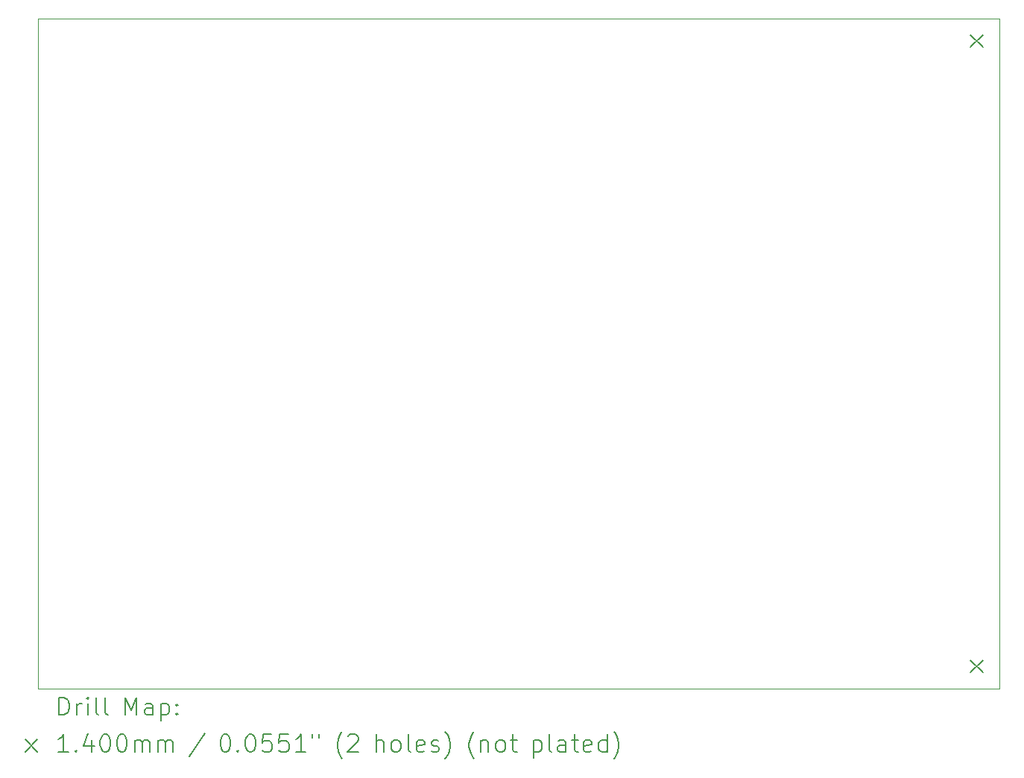
<source format=gbr>
%TF.GenerationSoftware,KiCad,Pcbnew,(7.0.0)*%
%TF.CreationDate,2023-02-28T23:31:13-05:00*%
%TF.ProjectId,8bc_registers,3862635f-7265-4676-9973-746572732e6b,1.0*%
%TF.SameCoordinates,Original*%
%TF.FileFunction,Drillmap*%
%TF.FilePolarity,Positive*%
%FSLAX45Y45*%
G04 Gerber Fmt 4.5, Leading zero omitted, Abs format (unit mm)*
G04 Created by KiCad (PCBNEW (7.0.0)) date 2023-02-28 23:31:13*
%MOMM*%
%LPD*%
G01*
G04 APERTURE LIST*
%ADD10C,0.100000*%
%ADD11C,0.200000*%
%ADD12C,0.140000*%
G04 APERTURE END LIST*
D10*
X9144000Y-3556000D02*
X20066000Y-3556000D01*
X20066000Y-3556000D02*
X20066000Y-11176000D01*
X20066000Y-11176000D02*
X9144000Y-11176000D01*
X9144000Y-11176000D02*
X9144000Y-3556000D01*
D11*
D12*
X19742000Y-3740000D02*
X19882000Y-3880000D01*
X19882000Y-3740000D02*
X19742000Y-3880000D01*
X19742000Y-10852000D02*
X19882000Y-10992000D01*
X19882000Y-10852000D02*
X19742000Y-10992000D01*
D11*
X9386619Y-11474476D02*
X9386619Y-11274476D01*
X9386619Y-11274476D02*
X9434238Y-11274476D01*
X9434238Y-11274476D02*
X9462810Y-11284000D01*
X9462810Y-11284000D02*
X9481857Y-11303048D01*
X9481857Y-11303048D02*
X9491381Y-11322095D01*
X9491381Y-11322095D02*
X9500905Y-11360190D01*
X9500905Y-11360190D02*
X9500905Y-11388762D01*
X9500905Y-11388762D02*
X9491381Y-11426857D01*
X9491381Y-11426857D02*
X9481857Y-11445905D01*
X9481857Y-11445905D02*
X9462810Y-11464952D01*
X9462810Y-11464952D02*
X9434238Y-11474476D01*
X9434238Y-11474476D02*
X9386619Y-11474476D01*
X9586619Y-11474476D02*
X9586619Y-11341143D01*
X9586619Y-11379238D02*
X9596143Y-11360190D01*
X9596143Y-11360190D02*
X9605667Y-11350667D01*
X9605667Y-11350667D02*
X9624714Y-11341143D01*
X9624714Y-11341143D02*
X9643762Y-11341143D01*
X9710429Y-11474476D02*
X9710429Y-11341143D01*
X9710429Y-11274476D02*
X9700905Y-11284000D01*
X9700905Y-11284000D02*
X9710429Y-11293524D01*
X9710429Y-11293524D02*
X9719952Y-11284000D01*
X9719952Y-11284000D02*
X9710429Y-11274476D01*
X9710429Y-11274476D02*
X9710429Y-11293524D01*
X9834238Y-11474476D02*
X9815190Y-11464952D01*
X9815190Y-11464952D02*
X9805667Y-11445905D01*
X9805667Y-11445905D02*
X9805667Y-11274476D01*
X9939000Y-11474476D02*
X9919952Y-11464952D01*
X9919952Y-11464952D02*
X9910429Y-11445905D01*
X9910429Y-11445905D02*
X9910429Y-11274476D01*
X10135190Y-11474476D02*
X10135190Y-11274476D01*
X10135190Y-11274476D02*
X10201857Y-11417333D01*
X10201857Y-11417333D02*
X10268524Y-11274476D01*
X10268524Y-11274476D02*
X10268524Y-11474476D01*
X10449476Y-11474476D02*
X10449476Y-11369714D01*
X10449476Y-11369714D02*
X10439952Y-11350667D01*
X10439952Y-11350667D02*
X10420905Y-11341143D01*
X10420905Y-11341143D02*
X10382809Y-11341143D01*
X10382809Y-11341143D02*
X10363762Y-11350667D01*
X10449476Y-11464952D02*
X10430429Y-11474476D01*
X10430429Y-11474476D02*
X10382809Y-11474476D01*
X10382809Y-11474476D02*
X10363762Y-11464952D01*
X10363762Y-11464952D02*
X10354238Y-11445905D01*
X10354238Y-11445905D02*
X10354238Y-11426857D01*
X10354238Y-11426857D02*
X10363762Y-11407809D01*
X10363762Y-11407809D02*
X10382809Y-11398286D01*
X10382809Y-11398286D02*
X10430429Y-11398286D01*
X10430429Y-11398286D02*
X10449476Y-11388762D01*
X10544714Y-11341143D02*
X10544714Y-11541143D01*
X10544714Y-11350667D02*
X10563762Y-11341143D01*
X10563762Y-11341143D02*
X10601857Y-11341143D01*
X10601857Y-11341143D02*
X10620905Y-11350667D01*
X10620905Y-11350667D02*
X10630429Y-11360190D01*
X10630429Y-11360190D02*
X10639952Y-11379238D01*
X10639952Y-11379238D02*
X10639952Y-11436381D01*
X10639952Y-11436381D02*
X10630429Y-11455428D01*
X10630429Y-11455428D02*
X10620905Y-11464952D01*
X10620905Y-11464952D02*
X10601857Y-11474476D01*
X10601857Y-11474476D02*
X10563762Y-11474476D01*
X10563762Y-11474476D02*
X10544714Y-11464952D01*
X10725667Y-11455428D02*
X10735190Y-11464952D01*
X10735190Y-11464952D02*
X10725667Y-11474476D01*
X10725667Y-11474476D02*
X10716143Y-11464952D01*
X10716143Y-11464952D02*
X10725667Y-11455428D01*
X10725667Y-11455428D02*
X10725667Y-11474476D01*
X10725667Y-11350667D02*
X10735190Y-11360190D01*
X10735190Y-11360190D02*
X10725667Y-11369714D01*
X10725667Y-11369714D02*
X10716143Y-11360190D01*
X10716143Y-11360190D02*
X10725667Y-11350667D01*
X10725667Y-11350667D02*
X10725667Y-11369714D01*
D12*
X8999000Y-11751000D02*
X9139000Y-11891000D01*
X9139000Y-11751000D02*
X8999000Y-11891000D01*
D11*
X9491381Y-11894476D02*
X9377095Y-11894476D01*
X9434238Y-11894476D02*
X9434238Y-11694476D01*
X9434238Y-11694476D02*
X9415190Y-11723048D01*
X9415190Y-11723048D02*
X9396143Y-11742095D01*
X9396143Y-11742095D02*
X9377095Y-11751619D01*
X9577095Y-11875428D02*
X9586619Y-11884952D01*
X9586619Y-11884952D02*
X9577095Y-11894476D01*
X9577095Y-11894476D02*
X9567571Y-11884952D01*
X9567571Y-11884952D02*
X9577095Y-11875428D01*
X9577095Y-11875428D02*
X9577095Y-11894476D01*
X9758048Y-11761143D02*
X9758048Y-11894476D01*
X9710429Y-11684952D02*
X9662810Y-11827809D01*
X9662810Y-11827809D02*
X9786619Y-11827809D01*
X9900905Y-11694476D02*
X9919952Y-11694476D01*
X9919952Y-11694476D02*
X9939000Y-11704000D01*
X9939000Y-11704000D02*
X9948524Y-11713524D01*
X9948524Y-11713524D02*
X9958048Y-11732571D01*
X9958048Y-11732571D02*
X9967571Y-11770667D01*
X9967571Y-11770667D02*
X9967571Y-11818286D01*
X9967571Y-11818286D02*
X9958048Y-11856381D01*
X9958048Y-11856381D02*
X9948524Y-11875428D01*
X9948524Y-11875428D02*
X9939000Y-11884952D01*
X9939000Y-11884952D02*
X9919952Y-11894476D01*
X9919952Y-11894476D02*
X9900905Y-11894476D01*
X9900905Y-11894476D02*
X9881857Y-11884952D01*
X9881857Y-11884952D02*
X9872333Y-11875428D01*
X9872333Y-11875428D02*
X9862810Y-11856381D01*
X9862810Y-11856381D02*
X9853286Y-11818286D01*
X9853286Y-11818286D02*
X9853286Y-11770667D01*
X9853286Y-11770667D02*
X9862810Y-11732571D01*
X9862810Y-11732571D02*
X9872333Y-11713524D01*
X9872333Y-11713524D02*
X9881857Y-11704000D01*
X9881857Y-11704000D02*
X9900905Y-11694476D01*
X10091381Y-11694476D02*
X10110429Y-11694476D01*
X10110429Y-11694476D02*
X10129476Y-11704000D01*
X10129476Y-11704000D02*
X10139000Y-11713524D01*
X10139000Y-11713524D02*
X10148524Y-11732571D01*
X10148524Y-11732571D02*
X10158048Y-11770667D01*
X10158048Y-11770667D02*
X10158048Y-11818286D01*
X10158048Y-11818286D02*
X10148524Y-11856381D01*
X10148524Y-11856381D02*
X10139000Y-11875428D01*
X10139000Y-11875428D02*
X10129476Y-11884952D01*
X10129476Y-11884952D02*
X10110429Y-11894476D01*
X10110429Y-11894476D02*
X10091381Y-11894476D01*
X10091381Y-11894476D02*
X10072333Y-11884952D01*
X10072333Y-11884952D02*
X10062810Y-11875428D01*
X10062810Y-11875428D02*
X10053286Y-11856381D01*
X10053286Y-11856381D02*
X10043762Y-11818286D01*
X10043762Y-11818286D02*
X10043762Y-11770667D01*
X10043762Y-11770667D02*
X10053286Y-11732571D01*
X10053286Y-11732571D02*
X10062810Y-11713524D01*
X10062810Y-11713524D02*
X10072333Y-11704000D01*
X10072333Y-11704000D02*
X10091381Y-11694476D01*
X10243762Y-11894476D02*
X10243762Y-11761143D01*
X10243762Y-11780190D02*
X10253286Y-11770667D01*
X10253286Y-11770667D02*
X10272333Y-11761143D01*
X10272333Y-11761143D02*
X10300905Y-11761143D01*
X10300905Y-11761143D02*
X10319952Y-11770667D01*
X10319952Y-11770667D02*
X10329476Y-11789714D01*
X10329476Y-11789714D02*
X10329476Y-11894476D01*
X10329476Y-11789714D02*
X10339000Y-11770667D01*
X10339000Y-11770667D02*
X10358048Y-11761143D01*
X10358048Y-11761143D02*
X10386619Y-11761143D01*
X10386619Y-11761143D02*
X10405667Y-11770667D01*
X10405667Y-11770667D02*
X10415191Y-11789714D01*
X10415191Y-11789714D02*
X10415191Y-11894476D01*
X10510429Y-11894476D02*
X10510429Y-11761143D01*
X10510429Y-11780190D02*
X10519952Y-11770667D01*
X10519952Y-11770667D02*
X10539000Y-11761143D01*
X10539000Y-11761143D02*
X10567572Y-11761143D01*
X10567572Y-11761143D02*
X10586619Y-11770667D01*
X10586619Y-11770667D02*
X10596143Y-11789714D01*
X10596143Y-11789714D02*
X10596143Y-11894476D01*
X10596143Y-11789714D02*
X10605667Y-11770667D01*
X10605667Y-11770667D02*
X10624714Y-11761143D01*
X10624714Y-11761143D02*
X10653286Y-11761143D01*
X10653286Y-11761143D02*
X10672333Y-11770667D01*
X10672333Y-11770667D02*
X10681857Y-11789714D01*
X10681857Y-11789714D02*
X10681857Y-11894476D01*
X11039952Y-11684952D02*
X10868524Y-11942095D01*
X11264714Y-11694476D02*
X11283762Y-11694476D01*
X11283762Y-11694476D02*
X11302810Y-11704000D01*
X11302810Y-11704000D02*
X11312333Y-11713524D01*
X11312333Y-11713524D02*
X11321857Y-11732571D01*
X11321857Y-11732571D02*
X11331381Y-11770667D01*
X11331381Y-11770667D02*
X11331381Y-11818286D01*
X11331381Y-11818286D02*
X11321857Y-11856381D01*
X11321857Y-11856381D02*
X11312333Y-11875428D01*
X11312333Y-11875428D02*
X11302810Y-11884952D01*
X11302810Y-11884952D02*
X11283762Y-11894476D01*
X11283762Y-11894476D02*
X11264714Y-11894476D01*
X11264714Y-11894476D02*
X11245667Y-11884952D01*
X11245667Y-11884952D02*
X11236143Y-11875428D01*
X11236143Y-11875428D02*
X11226619Y-11856381D01*
X11226619Y-11856381D02*
X11217095Y-11818286D01*
X11217095Y-11818286D02*
X11217095Y-11770667D01*
X11217095Y-11770667D02*
X11226619Y-11732571D01*
X11226619Y-11732571D02*
X11236143Y-11713524D01*
X11236143Y-11713524D02*
X11245667Y-11704000D01*
X11245667Y-11704000D02*
X11264714Y-11694476D01*
X11417095Y-11875428D02*
X11426619Y-11884952D01*
X11426619Y-11884952D02*
X11417095Y-11894476D01*
X11417095Y-11894476D02*
X11407571Y-11884952D01*
X11407571Y-11884952D02*
X11417095Y-11875428D01*
X11417095Y-11875428D02*
X11417095Y-11894476D01*
X11550429Y-11694476D02*
X11569476Y-11694476D01*
X11569476Y-11694476D02*
X11588524Y-11704000D01*
X11588524Y-11704000D02*
X11598048Y-11713524D01*
X11598048Y-11713524D02*
X11607571Y-11732571D01*
X11607571Y-11732571D02*
X11617095Y-11770667D01*
X11617095Y-11770667D02*
X11617095Y-11818286D01*
X11617095Y-11818286D02*
X11607571Y-11856381D01*
X11607571Y-11856381D02*
X11598048Y-11875428D01*
X11598048Y-11875428D02*
X11588524Y-11884952D01*
X11588524Y-11884952D02*
X11569476Y-11894476D01*
X11569476Y-11894476D02*
X11550429Y-11894476D01*
X11550429Y-11894476D02*
X11531381Y-11884952D01*
X11531381Y-11884952D02*
X11521857Y-11875428D01*
X11521857Y-11875428D02*
X11512333Y-11856381D01*
X11512333Y-11856381D02*
X11502810Y-11818286D01*
X11502810Y-11818286D02*
X11502810Y-11770667D01*
X11502810Y-11770667D02*
X11512333Y-11732571D01*
X11512333Y-11732571D02*
X11521857Y-11713524D01*
X11521857Y-11713524D02*
X11531381Y-11704000D01*
X11531381Y-11704000D02*
X11550429Y-11694476D01*
X11798048Y-11694476D02*
X11702810Y-11694476D01*
X11702810Y-11694476D02*
X11693286Y-11789714D01*
X11693286Y-11789714D02*
X11702810Y-11780190D01*
X11702810Y-11780190D02*
X11721857Y-11770667D01*
X11721857Y-11770667D02*
X11769476Y-11770667D01*
X11769476Y-11770667D02*
X11788524Y-11780190D01*
X11788524Y-11780190D02*
X11798048Y-11789714D01*
X11798048Y-11789714D02*
X11807571Y-11808762D01*
X11807571Y-11808762D02*
X11807571Y-11856381D01*
X11807571Y-11856381D02*
X11798048Y-11875428D01*
X11798048Y-11875428D02*
X11788524Y-11884952D01*
X11788524Y-11884952D02*
X11769476Y-11894476D01*
X11769476Y-11894476D02*
X11721857Y-11894476D01*
X11721857Y-11894476D02*
X11702810Y-11884952D01*
X11702810Y-11884952D02*
X11693286Y-11875428D01*
X11988524Y-11694476D02*
X11893286Y-11694476D01*
X11893286Y-11694476D02*
X11883762Y-11789714D01*
X11883762Y-11789714D02*
X11893286Y-11780190D01*
X11893286Y-11780190D02*
X11912333Y-11770667D01*
X11912333Y-11770667D02*
X11959952Y-11770667D01*
X11959952Y-11770667D02*
X11979000Y-11780190D01*
X11979000Y-11780190D02*
X11988524Y-11789714D01*
X11988524Y-11789714D02*
X11998048Y-11808762D01*
X11998048Y-11808762D02*
X11998048Y-11856381D01*
X11998048Y-11856381D02*
X11988524Y-11875428D01*
X11988524Y-11875428D02*
X11979000Y-11884952D01*
X11979000Y-11884952D02*
X11959952Y-11894476D01*
X11959952Y-11894476D02*
X11912333Y-11894476D01*
X11912333Y-11894476D02*
X11893286Y-11884952D01*
X11893286Y-11884952D02*
X11883762Y-11875428D01*
X12188524Y-11894476D02*
X12074238Y-11894476D01*
X12131381Y-11894476D02*
X12131381Y-11694476D01*
X12131381Y-11694476D02*
X12112333Y-11723048D01*
X12112333Y-11723048D02*
X12093286Y-11742095D01*
X12093286Y-11742095D02*
X12074238Y-11751619D01*
X12264714Y-11694476D02*
X12264714Y-11732571D01*
X12340905Y-11694476D02*
X12340905Y-11732571D01*
X12603762Y-11970667D02*
X12594238Y-11961143D01*
X12594238Y-11961143D02*
X12575191Y-11932571D01*
X12575191Y-11932571D02*
X12565667Y-11913524D01*
X12565667Y-11913524D02*
X12556143Y-11884952D01*
X12556143Y-11884952D02*
X12546619Y-11837333D01*
X12546619Y-11837333D02*
X12546619Y-11799238D01*
X12546619Y-11799238D02*
X12556143Y-11751619D01*
X12556143Y-11751619D02*
X12565667Y-11723048D01*
X12565667Y-11723048D02*
X12575191Y-11704000D01*
X12575191Y-11704000D02*
X12594238Y-11675428D01*
X12594238Y-11675428D02*
X12603762Y-11665905D01*
X12670429Y-11713524D02*
X12679952Y-11704000D01*
X12679952Y-11704000D02*
X12699000Y-11694476D01*
X12699000Y-11694476D02*
X12746619Y-11694476D01*
X12746619Y-11694476D02*
X12765667Y-11704000D01*
X12765667Y-11704000D02*
X12775191Y-11713524D01*
X12775191Y-11713524D02*
X12784714Y-11732571D01*
X12784714Y-11732571D02*
X12784714Y-11751619D01*
X12784714Y-11751619D02*
X12775191Y-11780190D01*
X12775191Y-11780190D02*
X12660905Y-11894476D01*
X12660905Y-11894476D02*
X12784714Y-11894476D01*
X12990429Y-11894476D02*
X12990429Y-11694476D01*
X13076143Y-11894476D02*
X13076143Y-11789714D01*
X13076143Y-11789714D02*
X13066619Y-11770667D01*
X13066619Y-11770667D02*
X13047572Y-11761143D01*
X13047572Y-11761143D02*
X13019000Y-11761143D01*
X13019000Y-11761143D02*
X12999952Y-11770667D01*
X12999952Y-11770667D02*
X12990429Y-11780190D01*
X13199952Y-11894476D02*
X13180905Y-11884952D01*
X13180905Y-11884952D02*
X13171381Y-11875428D01*
X13171381Y-11875428D02*
X13161857Y-11856381D01*
X13161857Y-11856381D02*
X13161857Y-11799238D01*
X13161857Y-11799238D02*
X13171381Y-11780190D01*
X13171381Y-11780190D02*
X13180905Y-11770667D01*
X13180905Y-11770667D02*
X13199952Y-11761143D01*
X13199952Y-11761143D02*
X13228524Y-11761143D01*
X13228524Y-11761143D02*
X13247572Y-11770667D01*
X13247572Y-11770667D02*
X13257095Y-11780190D01*
X13257095Y-11780190D02*
X13266619Y-11799238D01*
X13266619Y-11799238D02*
X13266619Y-11856381D01*
X13266619Y-11856381D02*
X13257095Y-11875428D01*
X13257095Y-11875428D02*
X13247572Y-11884952D01*
X13247572Y-11884952D02*
X13228524Y-11894476D01*
X13228524Y-11894476D02*
X13199952Y-11894476D01*
X13380905Y-11894476D02*
X13361857Y-11884952D01*
X13361857Y-11884952D02*
X13352333Y-11865905D01*
X13352333Y-11865905D02*
X13352333Y-11694476D01*
X13533286Y-11884952D02*
X13514238Y-11894476D01*
X13514238Y-11894476D02*
X13476143Y-11894476D01*
X13476143Y-11894476D02*
X13457095Y-11884952D01*
X13457095Y-11884952D02*
X13447572Y-11865905D01*
X13447572Y-11865905D02*
X13447572Y-11789714D01*
X13447572Y-11789714D02*
X13457095Y-11770667D01*
X13457095Y-11770667D02*
X13476143Y-11761143D01*
X13476143Y-11761143D02*
X13514238Y-11761143D01*
X13514238Y-11761143D02*
X13533286Y-11770667D01*
X13533286Y-11770667D02*
X13542810Y-11789714D01*
X13542810Y-11789714D02*
X13542810Y-11808762D01*
X13542810Y-11808762D02*
X13447572Y-11827809D01*
X13619000Y-11884952D02*
X13638048Y-11894476D01*
X13638048Y-11894476D02*
X13676143Y-11894476D01*
X13676143Y-11894476D02*
X13695191Y-11884952D01*
X13695191Y-11884952D02*
X13704714Y-11865905D01*
X13704714Y-11865905D02*
X13704714Y-11856381D01*
X13704714Y-11856381D02*
X13695191Y-11837333D01*
X13695191Y-11837333D02*
X13676143Y-11827809D01*
X13676143Y-11827809D02*
X13647572Y-11827809D01*
X13647572Y-11827809D02*
X13628524Y-11818286D01*
X13628524Y-11818286D02*
X13619000Y-11799238D01*
X13619000Y-11799238D02*
X13619000Y-11789714D01*
X13619000Y-11789714D02*
X13628524Y-11770667D01*
X13628524Y-11770667D02*
X13647572Y-11761143D01*
X13647572Y-11761143D02*
X13676143Y-11761143D01*
X13676143Y-11761143D02*
X13695191Y-11770667D01*
X13771381Y-11970667D02*
X13780905Y-11961143D01*
X13780905Y-11961143D02*
X13799953Y-11932571D01*
X13799953Y-11932571D02*
X13809476Y-11913524D01*
X13809476Y-11913524D02*
X13819000Y-11884952D01*
X13819000Y-11884952D02*
X13828524Y-11837333D01*
X13828524Y-11837333D02*
X13828524Y-11799238D01*
X13828524Y-11799238D02*
X13819000Y-11751619D01*
X13819000Y-11751619D02*
X13809476Y-11723048D01*
X13809476Y-11723048D02*
X13799953Y-11704000D01*
X13799953Y-11704000D02*
X13780905Y-11675428D01*
X13780905Y-11675428D02*
X13771381Y-11665905D01*
X14100905Y-11970667D02*
X14091381Y-11961143D01*
X14091381Y-11961143D02*
X14072333Y-11932571D01*
X14072333Y-11932571D02*
X14062810Y-11913524D01*
X14062810Y-11913524D02*
X14053286Y-11884952D01*
X14053286Y-11884952D02*
X14043762Y-11837333D01*
X14043762Y-11837333D02*
X14043762Y-11799238D01*
X14043762Y-11799238D02*
X14053286Y-11751619D01*
X14053286Y-11751619D02*
X14062810Y-11723048D01*
X14062810Y-11723048D02*
X14072333Y-11704000D01*
X14072333Y-11704000D02*
X14091381Y-11675428D01*
X14091381Y-11675428D02*
X14100905Y-11665905D01*
X14177095Y-11761143D02*
X14177095Y-11894476D01*
X14177095Y-11780190D02*
X14186619Y-11770667D01*
X14186619Y-11770667D02*
X14205667Y-11761143D01*
X14205667Y-11761143D02*
X14234238Y-11761143D01*
X14234238Y-11761143D02*
X14253286Y-11770667D01*
X14253286Y-11770667D02*
X14262810Y-11789714D01*
X14262810Y-11789714D02*
X14262810Y-11894476D01*
X14386619Y-11894476D02*
X14367572Y-11884952D01*
X14367572Y-11884952D02*
X14358048Y-11875428D01*
X14358048Y-11875428D02*
X14348524Y-11856381D01*
X14348524Y-11856381D02*
X14348524Y-11799238D01*
X14348524Y-11799238D02*
X14358048Y-11780190D01*
X14358048Y-11780190D02*
X14367572Y-11770667D01*
X14367572Y-11770667D02*
X14386619Y-11761143D01*
X14386619Y-11761143D02*
X14415191Y-11761143D01*
X14415191Y-11761143D02*
X14434238Y-11770667D01*
X14434238Y-11770667D02*
X14443762Y-11780190D01*
X14443762Y-11780190D02*
X14453286Y-11799238D01*
X14453286Y-11799238D02*
X14453286Y-11856381D01*
X14453286Y-11856381D02*
X14443762Y-11875428D01*
X14443762Y-11875428D02*
X14434238Y-11884952D01*
X14434238Y-11884952D02*
X14415191Y-11894476D01*
X14415191Y-11894476D02*
X14386619Y-11894476D01*
X14510429Y-11761143D02*
X14586619Y-11761143D01*
X14539000Y-11694476D02*
X14539000Y-11865905D01*
X14539000Y-11865905D02*
X14548524Y-11884952D01*
X14548524Y-11884952D02*
X14567572Y-11894476D01*
X14567572Y-11894476D02*
X14586619Y-11894476D01*
X14773286Y-11761143D02*
X14773286Y-11961143D01*
X14773286Y-11770667D02*
X14792333Y-11761143D01*
X14792333Y-11761143D02*
X14830429Y-11761143D01*
X14830429Y-11761143D02*
X14849476Y-11770667D01*
X14849476Y-11770667D02*
X14859000Y-11780190D01*
X14859000Y-11780190D02*
X14868524Y-11799238D01*
X14868524Y-11799238D02*
X14868524Y-11856381D01*
X14868524Y-11856381D02*
X14859000Y-11875428D01*
X14859000Y-11875428D02*
X14849476Y-11884952D01*
X14849476Y-11884952D02*
X14830429Y-11894476D01*
X14830429Y-11894476D02*
X14792333Y-11894476D01*
X14792333Y-11894476D02*
X14773286Y-11884952D01*
X14982810Y-11894476D02*
X14963762Y-11884952D01*
X14963762Y-11884952D02*
X14954238Y-11865905D01*
X14954238Y-11865905D02*
X14954238Y-11694476D01*
X15144714Y-11894476D02*
X15144714Y-11789714D01*
X15144714Y-11789714D02*
X15135191Y-11770667D01*
X15135191Y-11770667D02*
X15116143Y-11761143D01*
X15116143Y-11761143D02*
X15078048Y-11761143D01*
X15078048Y-11761143D02*
X15059000Y-11770667D01*
X15144714Y-11884952D02*
X15125667Y-11894476D01*
X15125667Y-11894476D02*
X15078048Y-11894476D01*
X15078048Y-11894476D02*
X15059000Y-11884952D01*
X15059000Y-11884952D02*
X15049476Y-11865905D01*
X15049476Y-11865905D02*
X15049476Y-11846857D01*
X15049476Y-11846857D02*
X15059000Y-11827809D01*
X15059000Y-11827809D02*
X15078048Y-11818286D01*
X15078048Y-11818286D02*
X15125667Y-11818286D01*
X15125667Y-11818286D02*
X15144714Y-11808762D01*
X15211381Y-11761143D02*
X15287572Y-11761143D01*
X15239953Y-11694476D02*
X15239953Y-11865905D01*
X15239953Y-11865905D02*
X15249476Y-11884952D01*
X15249476Y-11884952D02*
X15268524Y-11894476D01*
X15268524Y-11894476D02*
X15287572Y-11894476D01*
X15430429Y-11884952D02*
X15411381Y-11894476D01*
X15411381Y-11894476D02*
X15373286Y-11894476D01*
X15373286Y-11894476D02*
X15354238Y-11884952D01*
X15354238Y-11884952D02*
X15344714Y-11865905D01*
X15344714Y-11865905D02*
X15344714Y-11789714D01*
X15344714Y-11789714D02*
X15354238Y-11770667D01*
X15354238Y-11770667D02*
X15373286Y-11761143D01*
X15373286Y-11761143D02*
X15411381Y-11761143D01*
X15411381Y-11761143D02*
X15430429Y-11770667D01*
X15430429Y-11770667D02*
X15439953Y-11789714D01*
X15439953Y-11789714D02*
X15439953Y-11808762D01*
X15439953Y-11808762D02*
X15344714Y-11827809D01*
X15611381Y-11894476D02*
X15611381Y-11694476D01*
X15611381Y-11884952D02*
X15592334Y-11894476D01*
X15592334Y-11894476D02*
X15554238Y-11894476D01*
X15554238Y-11894476D02*
X15535191Y-11884952D01*
X15535191Y-11884952D02*
X15525667Y-11875428D01*
X15525667Y-11875428D02*
X15516143Y-11856381D01*
X15516143Y-11856381D02*
X15516143Y-11799238D01*
X15516143Y-11799238D02*
X15525667Y-11780190D01*
X15525667Y-11780190D02*
X15535191Y-11770667D01*
X15535191Y-11770667D02*
X15554238Y-11761143D01*
X15554238Y-11761143D02*
X15592334Y-11761143D01*
X15592334Y-11761143D02*
X15611381Y-11770667D01*
X15687572Y-11970667D02*
X15697095Y-11961143D01*
X15697095Y-11961143D02*
X15716143Y-11932571D01*
X15716143Y-11932571D02*
X15725667Y-11913524D01*
X15725667Y-11913524D02*
X15735191Y-11884952D01*
X15735191Y-11884952D02*
X15744714Y-11837333D01*
X15744714Y-11837333D02*
X15744714Y-11799238D01*
X15744714Y-11799238D02*
X15735191Y-11751619D01*
X15735191Y-11751619D02*
X15725667Y-11723048D01*
X15725667Y-11723048D02*
X15716143Y-11704000D01*
X15716143Y-11704000D02*
X15697095Y-11675428D01*
X15697095Y-11675428D02*
X15687572Y-11665905D01*
M02*

</source>
